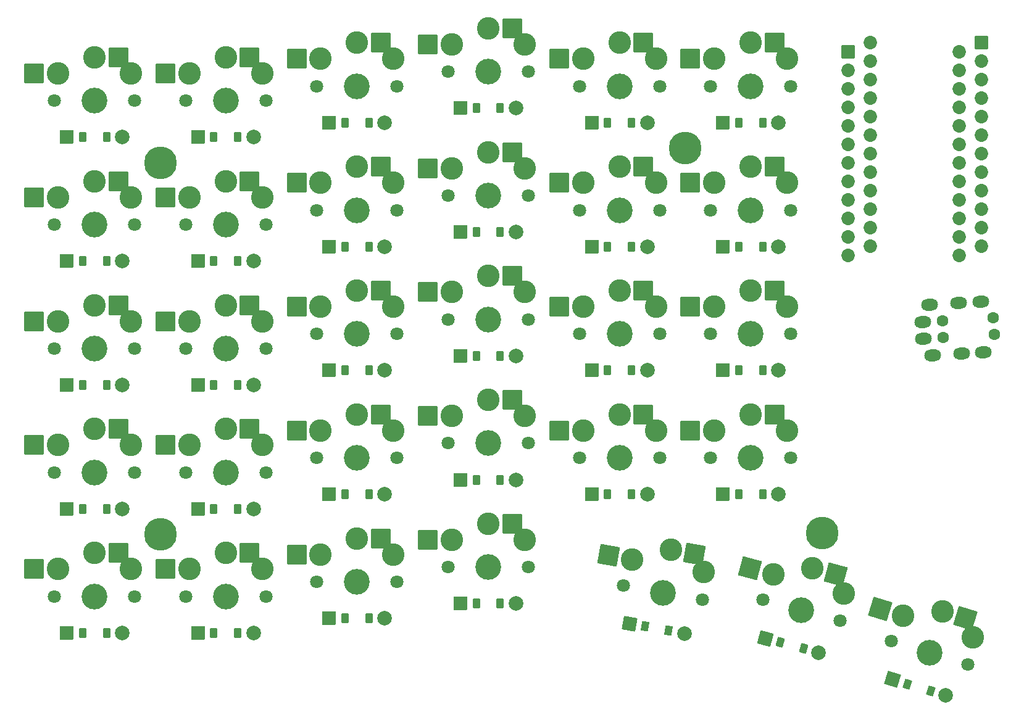
<source format=gbr>
%TF.GenerationSoftware,KiCad,Pcbnew,8.0.4*%
%TF.CreationDate,2024-10-05T17:03:56-04:00*%
%TF.ProjectId,mzizzi-split62,6d7a697a-7a69-42d7-9370-6c697436322e,v1.0.0*%
%TF.SameCoordinates,Original*%
%TF.FileFunction,Soldermask,Top*%
%TF.FilePolarity,Negative*%
%FSLAX46Y46*%
G04 Gerber Fmt 4.6, Leading zero omitted, Abs format (unit mm)*
G04 Created by KiCad (PCBNEW 8.0.4) date 2024-10-05 17:03:56*
%MOMM*%
%LPD*%
G01*
G04 APERTURE LIST*
G04 Aperture macros list*
%AMRoundRect*
0 Rectangle with rounded corners*
0 $1 Rounding radius*
0 $2 $3 $4 $5 $6 $7 $8 $9 X,Y pos of 4 corners*
0 Add a 4 corners polygon primitive as box body*
4,1,4,$2,$3,$4,$5,$6,$7,$8,$9,$2,$3,0*
0 Add four circle primitives for the rounded corners*
1,1,$1+$1,$2,$3*
1,1,$1+$1,$4,$5*
1,1,$1+$1,$6,$7*
1,1,$1+$1,$8,$9*
0 Add four rect primitives between the rounded corners*
20,1,$1+$1,$2,$3,$4,$5,0*
20,1,$1+$1,$4,$5,$6,$7,0*
20,1,$1+$1,$6,$7,$8,$9,0*
20,1,$1+$1,$8,$9,$2,$3,0*%
%AMHorizOval*
0 Thick line with rounded ends*
0 $1 width*
0 $2 $3 position (X,Y) of the first rounded end (center of the circle)*
0 $4 $5 position (X,Y) of the second rounded end (center of the circle)*
0 Add line between two ends*
20,1,$1,$2,$3,$4,$5,0*
0 Add two circle primitives to create the rounded ends*
1,1,$1,$2,$3*
1,1,$1,$4,$5*%
G04 Aperture macros list end*
%ADD10RoundRect,0.050000X-0.876300X0.876300X-0.876300X-0.876300X0.876300X-0.876300X0.876300X0.876300X0*%
%ADD11C,1.852600*%
%ADD12C,1.801800*%
%ADD13C,3.100000*%
%ADD14C,3.529000*%
%ADD15RoundRect,0.050000X-1.300000X-1.300000X1.300000X-1.300000X1.300000X1.300000X-1.300000X1.300000X0*%
%ADD16C,1.600000*%
%ADD17HorizOval,1.700000X-0.299472X-0.017792X0.299472X0.017792X0*%
%ADD18RoundRect,0.050000X-0.889000X-0.889000X0.889000X-0.889000X0.889000X0.889000X-0.889000X0.889000X0*%
%ADD19RoundRect,0.050000X-0.450000X-0.600000X0.450000X-0.600000X0.450000X0.600000X-0.450000X0.600000X0*%
%ADD20C,2.005000*%
%ADD21C,0.800000*%
%ADD22C,4.500000*%
%ADD23RoundRect,0.050000X-1.592168X-0.919239X0.919239X-1.592168X1.592168X0.919239X-0.919239X1.592168X0*%
%ADD24RoundRect,0.050000X-1.110073X-0.590236X0.590236X-1.110073X1.110073X0.590236X-0.590236X1.110073X0*%
%ADD25RoundRect,0.050000X-0.605760X-0.442216X0.254914X-0.705350X0.605760X0.442216X-0.254914X0.705350X0*%
%ADD26RoundRect,0.050000X-1.505993X-1.054507X1.054507X-1.505993X1.505993X1.054507X-1.054507X1.505993X0*%
%ADD27RoundRect,0.050000X-1.029867X-0.721121X0.721121X-1.029867X1.029867X0.721121X-0.721121X1.029867X0*%
%ADD28RoundRect,0.050000X-0.547352X-0.512743X0.338975X-0.669026X0.547352X0.512743X-0.338975X0.669026X0*%
%ADD29RoundRect,0.050000X-1.623279X-0.863113X0.863113X-1.623279X1.623279X0.863113X-0.863113X1.623279X0*%
%ADD30RoundRect,0.050000X-1.088798X-0.628618X0.628618X-1.088798X1.088798X0.628618X-0.628618X1.088798X0*%
%ADD31RoundRect,0.050000X-0.589958X-0.463087X0.279375X-0.696024X0.589958X0.463087X-0.279375X0.696024X0*%
G04 APERTURE END LIST*
D10*
%TO.C,MCU2*%
X271620000Y-74030000D03*
D11*
X271620000Y-76570000D03*
X271620000Y-79110000D03*
X271620000Y-81650000D03*
X271620000Y-84190000D03*
X271620000Y-86730000D03*
X271620000Y-89270000D03*
X271620000Y-91810000D03*
X271620000Y-94350000D03*
X271620000Y-96890000D03*
X271620000Y-99430000D03*
X271620000Y-101970000D03*
X256380000Y-74030000D03*
X256380000Y-76570000D03*
X256380000Y-79110000D03*
X256380000Y-81650000D03*
X256380000Y-84190000D03*
X256380000Y-86730000D03*
X256380000Y-89270000D03*
X256380000Y-91810000D03*
X256380000Y-94350000D03*
X256380000Y-96890000D03*
X256380000Y-99430000D03*
X256380000Y-101970000D03*
%TD*%
D12*
%TO.C,S11*%
X180500000Y-148000000D03*
D13*
X181000000Y-144250000D03*
X186000000Y-142050000D03*
X186000000Y-142050000D03*
D14*
X186000000Y-148000000D03*
D13*
X191000000Y-144250000D03*
D12*
X191500000Y-148000000D03*
D15*
X189275000Y-142050000D03*
X177725000Y-144250000D03*
%TD*%
D16*
%TO.C,TRRS1*%
X273266412Y-111798939D03*
X266278733Y-112214083D03*
X273402816Y-114094890D03*
X266415137Y-114510035D03*
D17*
X263583485Y-112374210D03*
X263719890Y-114670162D03*
X264545144Y-110013022D03*
X264954358Y-116900877D03*
X268538104Y-109775796D03*
X268947318Y-116663651D03*
X271532823Y-109597877D03*
X271942037Y-116485732D03*
%TD*%
D18*
%TO.C,D23*%
X218190000Y-102000000D03*
D19*
X220350000Y-102000000D03*
X223650000Y-102000000D03*
D20*
X225810000Y-102000000D03*
%TD*%
D12*
%TO.C,S3*%
X144500000Y-116000000D03*
D13*
X145000000Y-112250000D03*
X150000000Y-110050000D03*
X150000000Y-110050000D03*
D14*
X150000000Y-116000000D03*
D13*
X155000000Y-112250000D03*
D12*
X155500000Y-116000000D03*
D15*
X153275000Y-110050000D03*
X141725000Y-112250000D03*
%TD*%
D12*
%TO.C,S1*%
X144500000Y-150000000D03*
D13*
X145000000Y-146250000D03*
X150000000Y-144050000D03*
X150000000Y-144050000D03*
D14*
X150000000Y-150000000D03*
D13*
X155000000Y-146250000D03*
D12*
X155500000Y-150000000D03*
D15*
X153275000Y-144050000D03*
X141725000Y-146250000D03*
%TD*%
D18*
%TO.C,D9*%
X164190000Y-104000000D03*
D19*
X166350000Y-104000000D03*
X169650000Y-104000000D03*
D20*
X171810000Y-104000000D03*
%TD*%
D18*
%TO.C,D20*%
X200190000Y-83000000D03*
D19*
X202350000Y-83000000D03*
X205650000Y-83000000D03*
D20*
X207810000Y-83000000D03*
%TD*%
D18*
%TO.C,D19*%
X200190000Y-100000000D03*
D19*
X202350000Y-100000000D03*
X205650000Y-100000000D03*
D20*
X207810000Y-100000000D03*
%TD*%
D12*
%TO.C,S9*%
X162500000Y-99000000D03*
D13*
X163000000Y-95250000D03*
X168000000Y-93050000D03*
X168000000Y-93050000D03*
D14*
X168000000Y-99000000D03*
D13*
X173000000Y-95250000D03*
D12*
X173500000Y-99000000D03*
D15*
X171275000Y-93050000D03*
X159725000Y-95250000D03*
%TD*%
D12*
%TO.C,S8*%
X162500000Y-116000000D03*
D13*
X163000000Y-112250000D03*
X168000000Y-110050000D03*
X168000000Y-110050000D03*
D14*
X168000000Y-116000000D03*
D13*
X173000000Y-112250000D03*
D12*
X173500000Y-116000000D03*
D15*
X171275000Y-110050000D03*
X159725000Y-112250000D03*
%TD*%
D12*
%TO.C,S6*%
X162500000Y-150000000D03*
D13*
X163000000Y-146250000D03*
X168000000Y-144050000D03*
X168000000Y-144050000D03*
D14*
X168000000Y-150000000D03*
D13*
X173000000Y-146250000D03*
D12*
X173500000Y-150000000D03*
D15*
X171275000Y-144050000D03*
X159725000Y-146250000D03*
%TD*%
D12*
%TO.C,S27*%
X234500000Y-97000000D03*
D13*
X235000000Y-93250000D03*
X240000000Y-91050000D03*
X240000000Y-91050000D03*
D14*
X240000000Y-97000000D03*
D13*
X245000000Y-93250000D03*
D12*
X245500000Y-97000000D03*
D15*
X243275000Y-91050000D03*
X231725000Y-93250000D03*
%TD*%
D21*
%TO.C,_1*%
X248204516Y-140866326D03*
X248973294Y-139864434D03*
X248369352Y-142118376D03*
X250225344Y-139699598D03*
D22*
X249798294Y-141293376D03*
D21*
X249371244Y-142887154D03*
X251227236Y-140468376D03*
X250623294Y-142722318D03*
X251392072Y-141720426D03*
%TD*%
D12*
%TO.C,S16*%
X198500000Y-146000000D03*
D13*
X199000000Y-142250000D03*
X204000000Y-140050000D03*
X204000000Y-140050000D03*
D14*
X204000000Y-146000000D03*
D13*
X209000000Y-142250000D03*
D12*
X209500000Y-146000000D03*
D15*
X207275000Y-140050000D03*
X195725000Y-142250000D03*
%TD*%
D18*
%TO.C,D11*%
X182190000Y-153000000D03*
D19*
X184350000Y-153000000D03*
X187650000Y-153000000D03*
D20*
X189810000Y-153000000D03*
%TD*%
D10*
%TO.C,MCU1*%
X253380000Y-75280000D03*
D11*
X253380000Y-77820000D03*
X253380000Y-80360000D03*
X253380000Y-82900000D03*
X253380000Y-85440000D03*
X253380000Y-87980000D03*
X253380000Y-90520000D03*
X253380000Y-93060000D03*
X253380000Y-95600000D03*
X253380000Y-98140000D03*
X253380000Y-100680000D03*
X253380000Y-103220000D03*
X268620000Y-75280000D03*
X268620000Y-77820000D03*
X268620000Y-80360000D03*
X268620000Y-82900000D03*
X268620000Y-85440000D03*
X268620000Y-87980000D03*
X268620000Y-90520000D03*
X268620000Y-93060000D03*
X268620000Y-95600000D03*
X268620000Y-98140000D03*
X268620000Y-100680000D03*
X268620000Y-103220000D03*
%TD*%
D18*
%TO.C,D7*%
X164190000Y-138000000D03*
D19*
X166350000Y-138000000D03*
X169650000Y-138000000D03*
D20*
X171810000Y-138000000D03*
%TD*%
D18*
%TO.C,D2*%
X146190000Y-138000000D03*
D19*
X148350000Y-138000000D03*
X151650000Y-138000000D03*
D20*
X153810000Y-138000000D03*
%TD*%
D18*
%TO.C,D8*%
X164190000Y-121000000D03*
D19*
X166350000Y-121000000D03*
X169650000Y-121000000D03*
D20*
X171810000Y-121000000D03*
%TD*%
D12*
%TO.C,S28*%
X234500000Y-80000000D03*
D13*
X235000000Y-76250000D03*
X240000000Y-74050000D03*
X240000000Y-74050000D03*
D14*
X240000000Y-80000000D03*
D13*
X245000000Y-76250000D03*
D12*
X245500000Y-80000000D03*
D15*
X243275000Y-74050000D03*
X231725000Y-76250000D03*
%TD*%
D12*
%TO.C,S2*%
X144500000Y-133000000D03*
D13*
X145000000Y-129250000D03*
X150000000Y-127050000D03*
X150000000Y-127050000D03*
D14*
X150000000Y-133000000D03*
D13*
X155000000Y-129250000D03*
D12*
X155500000Y-133000000D03*
D15*
X153275000Y-127050000D03*
X141725000Y-129250000D03*
%TD*%
D18*
%TO.C,D12*%
X182190000Y-136000000D03*
D19*
X184350000Y-136000000D03*
X187650000Y-136000000D03*
D20*
X189810000Y-136000000D03*
%TD*%
D12*
%TO.C,S10*%
X162500000Y-82000000D03*
D13*
X163000000Y-78250000D03*
X168000000Y-76050000D03*
X168000000Y-76050000D03*
D14*
X168000000Y-82000000D03*
D13*
X173000000Y-78250000D03*
D12*
X173500000Y-82000000D03*
D15*
X171275000Y-76050000D03*
X159725000Y-78250000D03*
%TD*%
D12*
%TO.C,S19*%
X198500000Y-95000000D03*
D13*
X199000000Y-91250000D03*
X204000000Y-89050000D03*
X204000000Y-89050000D03*
D14*
X204000000Y-95000000D03*
D13*
X209000000Y-91250000D03*
D12*
X209500000Y-95000000D03*
D15*
X207275000Y-89050000D03*
X195725000Y-91250000D03*
%TD*%
D21*
%TO.C,_2*%
X229350000Y-88500000D03*
X229833274Y-87333274D03*
X229833274Y-89666726D03*
X231000000Y-86850000D03*
D22*
X231000000Y-88500000D03*
D21*
X231000000Y-90150000D03*
X232166726Y-87333274D03*
X232166726Y-89666726D03*
X232650000Y-88500000D03*
%TD*%
D12*
%TO.C,S20*%
X198500000Y-78000000D03*
D13*
X199000000Y-74250000D03*
X204000000Y-72050000D03*
X204000000Y-72050000D03*
D14*
X204000000Y-78000000D03*
D13*
X209000000Y-74250000D03*
D12*
X209500000Y-78000000D03*
D15*
X207275000Y-72050000D03*
X195725000Y-74250000D03*
%TD*%
D12*
%TO.C,S14*%
X180500000Y-97000000D03*
D13*
X181000000Y-93250000D03*
X186000000Y-91050000D03*
X186000000Y-91050000D03*
D14*
X186000000Y-97000000D03*
D13*
X191000000Y-93250000D03*
D12*
X191500000Y-97000000D03*
D15*
X189275000Y-91050000D03*
X177725000Y-93250000D03*
%TD*%
D18*
%TO.C,D13*%
X182190000Y-119000000D03*
D19*
X184350000Y-119000000D03*
X187650000Y-119000000D03*
D20*
X189810000Y-119000000D03*
%TD*%
D18*
%TO.C,D18*%
X200190000Y-117000000D03*
D19*
X202350000Y-117000000D03*
X205650000Y-117000000D03*
D20*
X207810000Y-117000000D03*
%TD*%
D18*
%TO.C,D21*%
X218190000Y-136000000D03*
D19*
X220350000Y-136000000D03*
X223650000Y-136000000D03*
D20*
X225810000Y-136000000D03*
%TD*%
D12*
%TO.C,S23*%
X216500000Y-97000000D03*
D13*
X217000000Y-93250000D03*
X222000000Y-91050000D03*
X222000000Y-91050000D03*
D14*
X222000000Y-97000000D03*
D13*
X227000000Y-93250000D03*
D12*
X227500000Y-97000000D03*
D15*
X225275000Y-91050000D03*
X213725000Y-93250000D03*
%TD*%
D21*
%TO.C,_3*%
X157350000Y-90500000D03*
X157833274Y-89333274D03*
X157833274Y-91666726D03*
X159000000Y-88850000D03*
D22*
X159000000Y-90500000D03*
D21*
X159000000Y-92150000D03*
X160166726Y-89333274D03*
X160166726Y-91666726D03*
X160650000Y-90500000D03*
%TD*%
D18*
%TO.C,D26*%
X236190000Y-119000000D03*
D19*
X238350000Y-119000000D03*
X241650000Y-119000000D03*
D20*
X243810000Y-119000000D03*
%TD*%
D12*
%TO.C,S22*%
X216500000Y-114000000D03*
D13*
X217000000Y-110250000D03*
X222000000Y-108050000D03*
X222000000Y-108050000D03*
D14*
X222000000Y-114000000D03*
D13*
X227000000Y-110250000D03*
D12*
X227500000Y-114000000D03*
D15*
X225275000Y-108050000D03*
X213725000Y-110250000D03*
%TD*%
D18*
%TO.C,D28*%
X236190000Y-85000000D03*
D19*
X238350000Y-85000000D03*
X241650000Y-85000000D03*
D20*
X243810000Y-85000000D03*
%TD*%
D18*
%TO.C,D25*%
X236190000Y-136000000D03*
D19*
X238350000Y-136000000D03*
X241650000Y-136000000D03*
D20*
X243810000Y-136000000D03*
%TD*%
D12*
%TO.C,S13*%
X180500000Y-114000000D03*
D13*
X181000000Y-110250000D03*
X186000000Y-108050000D03*
X186000000Y-108050000D03*
D14*
X186000000Y-114000000D03*
D13*
X191000000Y-110250000D03*
D12*
X191500000Y-114000000D03*
D15*
X189275000Y-108050000D03*
X177725000Y-110250000D03*
%TD*%
D18*
%TO.C,D6*%
X164190000Y-155000000D03*
D19*
X166350000Y-155000000D03*
X169650000Y-155000000D03*
D20*
X171810000Y-155000000D03*
%TD*%
D12*
%TO.C,S7*%
X162500000Y-133000000D03*
D13*
X163000000Y-129250000D03*
X168000000Y-127050000D03*
X168000000Y-127050000D03*
D14*
X168000000Y-133000000D03*
D13*
X173000000Y-129250000D03*
D12*
X173500000Y-133000000D03*
D15*
X171275000Y-127050000D03*
X159725000Y-129250000D03*
%TD*%
D12*
%TO.C,S25*%
X234500000Y-131000000D03*
D13*
X235000000Y-127250000D03*
X240000000Y-125050000D03*
X240000000Y-125050000D03*
D14*
X240000000Y-131000000D03*
D13*
X245000000Y-127250000D03*
D12*
X245500000Y-131000000D03*
D15*
X243275000Y-125050000D03*
X231725000Y-127250000D03*
%TD*%
D12*
%TO.C,S18*%
X198500000Y-112000000D03*
D13*
X199000000Y-108250000D03*
X204000000Y-106050000D03*
X204000000Y-106050000D03*
D14*
X204000000Y-112000000D03*
D13*
X209000000Y-108250000D03*
D12*
X209500000Y-112000000D03*
D15*
X207275000Y-106050000D03*
X195725000Y-108250000D03*
%TD*%
D12*
%TO.C,S30*%
X241638693Y-150495055D03*
D13*
X243092227Y-147002243D03*
X248491258Y-146171301D03*
X248491258Y-146171301D03*
D14*
X246951285Y-151918560D03*
D13*
X252751486Y-149590433D03*
D12*
X252263877Y-153342065D03*
D23*
X251654665Y-147018934D03*
X239928820Y-146154611D03*
%TD*%
D18*
%TO.C,D3*%
X146190000Y-121000000D03*
D19*
X148350000Y-121000000D03*
X151650000Y-121000000D03*
D20*
X153810000Y-121000000D03*
%TD*%
D18*
%TO.C,D27*%
X236190000Y-102000000D03*
D19*
X238350000Y-102000000D03*
X241650000Y-102000000D03*
D20*
X243810000Y-102000000D03*
%TD*%
D12*
%TO.C,S24*%
X216500000Y-80000000D03*
D13*
X217000000Y-76250000D03*
X222000000Y-74050000D03*
X222000000Y-74050000D03*
D14*
X222000000Y-80000000D03*
D13*
X227000000Y-76250000D03*
D12*
X227500000Y-80000000D03*
D15*
X225275000Y-74050000D03*
X213725000Y-76250000D03*
%TD*%
D24*
%TO.C,D31*%
X259442282Y-161390555D03*
D25*
X261507900Y-162022078D03*
X264663706Y-162986904D03*
D20*
X266729324Y-163618427D03*
%TD*%
D12*
%TO.C,S12*%
X180500000Y-131000000D03*
D13*
X181000000Y-127250000D03*
X186000000Y-125050000D03*
X186000000Y-125050000D03*
D14*
X186000000Y-131000000D03*
D13*
X191000000Y-127250000D03*
D12*
X191500000Y-131000000D03*
D15*
X189275000Y-125050000D03*
X177725000Y-127250000D03*
%TD*%
D12*
%TO.C,S5*%
X144500000Y-82000000D03*
D13*
X145000000Y-78250000D03*
X150000000Y-76050000D03*
X150000000Y-76050000D03*
D14*
X150000000Y-82000000D03*
D13*
X155000000Y-78250000D03*
D12*
X155500000Y-82000000D03*
D15*
X153275000Y-76050000D03*
X141725000Y-78250000D03*
%TD*%
D18*
%TO.C,D10*%
X164190000Y-87000000D03*
D19*
X166350000Y-87000000D03*
X169650000Y-87000000D03*
D20*
X171810000Y-87000000D03*
%TD*%
D12*
%TO.C,S29*%
X222583557Y-148544935D03*
D13*
X223727142Y-144938730D03*
X229033207Y-143640394D03*
X229033207Y-143640394D03*
D14*
X228000000Y-149500000D03*
D13*
X233575219Y-146675212D03*
D12*
X233416443Y-150455065D03*
D26*
X232258452Y-144209092D03*
X220501897Y-144370032D03*
%TD*%
D27*
%TO.C,D29*%
X223379640Y-153762439D03*
D28*
X225506826Y-154137520D03*
X228756692Y-154710558D03*
D20*
X230883878Y-155085639D03*
%TD*%
D18*
%TO.C,D17*%
X200190000Y-134000000D03*
D19*
X202350000Y-134000000D03*
X205650000Y-134000000D03*
D20*
X207810000Y-134000000D03*
%TD*%
D12*
%TO.C,S15*%
X180500000Y-80000000D03*
D13*
X181000000Y-76250000D03*
X186000000Y-74050000D03*
X186000000Y-74050000D03*
D14*
X186000000Y-80000000D03*
D13*
X191000000Y-76250000D03*
D12*
X191500000Y-80000000D03*
D15*
X189275000Y-74050000D03*
X177725000Y-76250000D03*
%TD*%
D18*
%TO.C,D15*%
X182190000Y-85000000D03*
D19*
X184350000Y-85000000D03*
X187650000Y-85000000D03*
D20*
X189810000Y-85000000D03*
%TD*%
D18*
%TO.C,D5*%
X146190000Y-87000000D03*
D19*
X148350000Y-87000000D03*
X151650000Y-87000000D03*
D20*
X153810000Y-87000000D03*
%TD*%
D12*
%TO.C,S4*%
X144500000Y-99000000D03*
D13*
X145000000Y-95250000D03*
X150000000Y-93050000D03*
X150000000Y-93050000D03*
D14*
X150000000Y-99000000D03*
D13*
X155000000Y-95250000D03*
D12*
X155500000Y-99000000D03*
D15*
X153275000Y-93050000D03*
X141725000Y-95250000D03*
%TD*%
D21*
%TO.C,_4*%
X157350000Y-141500000D03*
X157833274Y-140333274D03*
X157833274Y-142666726D03*
X159000000Y-139850000D03*
D22*
X159000000Y-141500000D03*
D21*
X159000000Y-143150000D03*
X160166726Y-140333274D03*
X160166726Y-142666726D03*
X160650000Y-141500000D03*
%TD*%
D12*
%TO.C,S26*%
X234500000Y-114000000D03*
D13*
X235000000Y-110250000D03*
X240000000Y-108050000D03*
X240000000Y-108050000D03*
D14*
X240000000Y-114000000D03*
D13*
X245000000Y-110250000D03*
D12*
X245500000Y-114000000D03*
D15*
X243275000Y-108050000D03*
X231725000Y-110250000D03*
%TD*%
D18*
%TO.C,D24*%
X218190000Y-85000000D03*
D19*
X220350000Y-85000000D03*
X223650000Y-85000000D03*
D20*
X225810000Y-85000000D03*
%TD*%
D12*
%TO.C,S31*%
X259287985Y-156114924D03*
D13*
X260862531Y-152674967D03*
X266287273Y-152032955D03*
X266287273Y-152032955D03*
D14*
X264547661Y-157722968D03*
D13*
X270425579Y-155598684D03*
D12*
X269807337Y-159331012D03*
D29*
X269419171Y-152990472D03*
X257730633Y-151717449D03*
%TD*%
D12*
%TO.C,S17*%
X198500000Y-129000000D03*
D13*
X199000000Y-125250000D03*
X204000000Y-123050000D03*
X204000000Y-123050000D03*
D14*
X204000000Y-129000000D03*
D13*
X209000000Y-125250000D03*
D12*
X209500000Y-129000000D03*
D15*
X207275000Y-123050000D03*
X195725000Y-125250000D03*
%TD*%
D18*
%TO.C,D1*%
X146190000Y-155000000D03*
D19*
X148350000Y-155000000D03*
X151650000Y-155000000D03*
D20*
X153810000Y-155000000D03*
%TD*%
D18*
%TO.C,D22*%
X218190000Y-119000000D03*
D19*
X220350000Y-119000000D03*
X223650000Y-119000000D03*
D20*
X225810000Y-119000000D03*
%TD*%
D18*
%TO.C,D4*%
X146190000Y-104000000D03*
D19*
X148350000Y-104000000D03*
X151650000Y-104000000D03*
D20*
X153810000Y-104000000D03*
%TD*%
D30*
%TO.C,D30*%
X241977012Y-155762088D03*
D31*
X244063411Y-156321140D03*
X247250967Y-157175240D03*
D20*
X249337366Y-157734292D03*
%TD*%
D18*
%TO.C,D16*%
X200190000Y-151000000D03*
D19*
X202350000Y-151000000D03*
X205650000Y-151000000D03*
D20*
X207810000Y-151000000D03*
%TD*%
D12*
%TO.C,S21*%
X216500000Y-131000000D03*
D13*
X217000000Y-127250000D03*
X222000000Y-125050000D03*
X222000000Y-125050000D03*
D14*
X222000000Y-131000000D03*
D13*
X227000000Y-127250000D03*
D12*
X227500000Y-131000000D03*
D15*
X225275000Y-125050000D03*
X213725000Y-127250000D03*
%TD*%
D18*
%TO.C,D14*%
X182190000Y-102000000D03*
D19*
X184350000Y-102000000D03*
X187650000Y-102000000D03*
D20*
X189810000Y-102000000D03*
%TD*%
M02*

</source>
